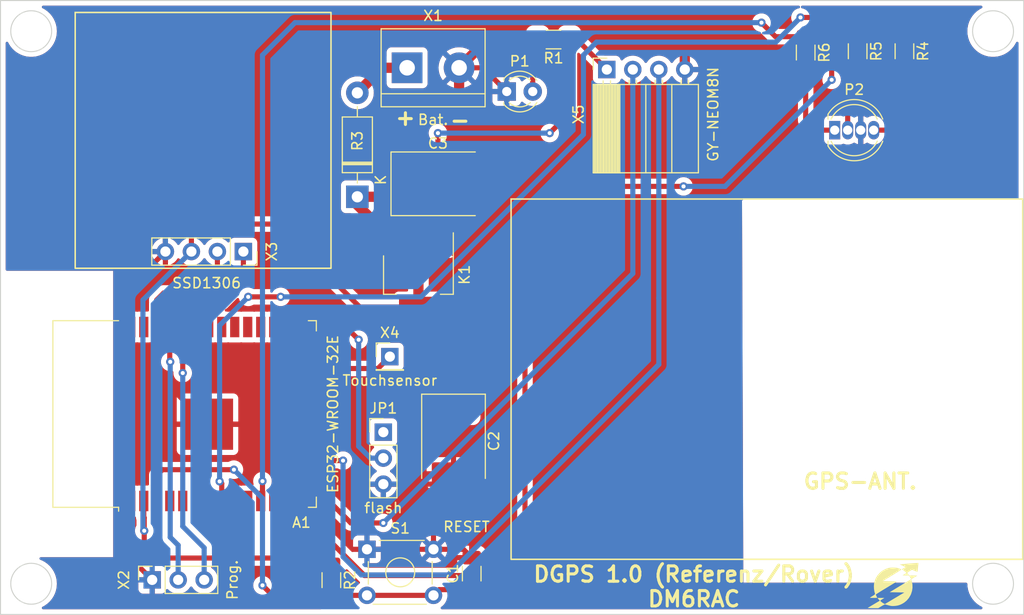
<source format=kicad_pcb>
(kicad_pcb (version 20211014) (generator pcbnew)
  (layers (0 "F.Cu" signal) (31 "B.Cu" signal) (34 "B.Paste" user) (35 "F.Paste" user) (36 "B.SilkS" user "B.Silkscreen") (37 "F.SilkS" user "F.Silkscreen") (38 "B.Mask" user) (39 "F.Mask" user) (44 "Edge.Cuts" user))
  (net 0 "")
  (net 1 "GND")
  (net 2 "+3V3")
  (net 3 "Net-(A1-Pad3)")
  (net 8 "Net-(A1-Pad8)")
  (net 11 "Net-(A1-Pad11)")
  (net 12 "Net-(A1-Pad12)")
  (net 20 "Net-(A1-Pad23)")
  (net 22 "Net-(A1-Pad25)")
  (net 30 "/SDA")
  (net 31 "Net-(A1-Pad34)")
  (net 32 "Net-(A1-Pad35)")
  (net 33 "/SDL")
  (net 35 "Net-(C3-Pad1)")
  (net 37 "Net-(P1-Pad2)")
  (net 38 "Net-(P2-Pad1)")
  (net 39 "Net-(P2-Pad2)")
  (net 40 "Net-(P2-Pad4)")
  (net 41 "Net-(R3-Pad2)")
  (net 42 "/GY_RX")
  (net 43 "/GY_TX")
  (footprint "Resistor_SMD:R_1206_3216Metric_Pad1.30x1.75mm_HandSolder" (layer "F.Cu") (at 183.769 44.958 -90)
    (fp_text reference "R5" (at 0 -1.82 90) (layer "F.SilkS"))
    (fp_text value "330")
    (fp_line (start -0.727064 0.91) (end 0.727064 0.91) (layer "F.SilkS") (width 0.12))
    (fp_line (start -0.727064 -0.91) (end 0.727064 -0.91) (layer "F.SilkS") (width 0.12))
    (pad "1" smd roundrect (at -1.55 0 270) (size 1.3 1.75) (layers "F.Cu" "F.Paste" "F.Mask") (roundrect_rratio 0.1923076923) (net 12 "Net-(A1-Pad12)"))
    (pad "2" smd roundrect (at 1.55 0 270) (size 1.3 1.75) (layers "F.Cu" "F.Paste" "F.Mask") (roundrect_rratio 0.1923076923) (net 39 "Net-(P2-Pad2)"))
  )
  (footprint "Connector_PinHeader_2.54mm:PinHeader_1x01_P2.54mm_Vertical" (layer "F.Cu") (at 138.049 74.803)
    (fp_text reference "X4" (at 0 -2.33) (layer "F.SilkS"))
    (fp_text value "Touchsensor" (at 0 2.33) (layer "F.SilkS"))
    (fp_line (start -1.33 1.27) (end -1.33 1.33) (layer "F.SilkS") (width 0.12))
    (fp_line (start -1.33 1.27) (end 1.33 1.27) (layer "F.SilkS") (width 0.12))
    (fp_line (start 1.33 1.27) (end 1.33 1.33) (layer "F.SilkS") (width 0.12))
    (fp_line (start -1.33 -1.33) (end 0 -1.33) (layer "F.SilkS") (width 0.12))
    (fp_line (start -1.33 0) (end -1.33 -1.33) (layer "F.SilkS") (width 0.12))
    (fp_line (start -1.33 1.33) (end 1.33 1.33) (layer "F.SilkS") (width 0.12))
    (pad "1" thru_hole rect (at 0 0) (size 1.7 1.7) (drill 1) (layers *.Cu *.Mask) (net 20 "Net-(A1-Pad23)"))
  )
  (footprint "Diode_THT:D_DO-41_SOD81_P10.16mm_Horizontal" (layer "F.Cu") (at 134.874 59.182 90)
    (fp_text reference "R3" (at 5.461 0 90) (layer "F.SilkS"))
    (fp_text value "1N4001")
    (fp_text user "K" (at 1.651 2.286 90) (layer "F.SilkS"))
    (fp_line (start 8.82 0) (end 7.8 0) (layer "F.SilkS") (width 0.12))
    (fp_line (start 7.8 -1.47) (end 2.36 -1.47) (layer "F.SilkS") (width 0.12))
    (fp_line (start 1.34 0) (end 2.36 0) (layer "F.SilkS") (width 0.12))
    (fp_line (start 2.36 1.47) (end 7.8 1.47) (layer "F.SilkS") (width 0.12))
    (fp_line (start 7.8 1.47) (end 7.8 -1.47) (layer "F.SilkS") (width 0.12))
    (fp_line (start 3.14 -1.47) (end 3.14 1.47) (layer "F.SilkS") (width 0.12))
    (fp_line (start 2.36 -1.47) (end 2.36 1.47) (layer "F.SilkS") (width 0.12))
    (fp_line (start 3.26 -1.47) (end 3.26 1.47) (layer "F.SilkS") (width 0.12))
    (fp_line (start 3.38 -1.47) (end 3.38 1.47) (layer "F.SilkS") (width 0.12))
    (pad "1" thru_hole rect (at 0 0 90) (size 2.2 2.2) (drill 1.1) (layers *.Cu *.Mask) (net 35 "Net-(C3-Pad1)"))
    (pad "2" thru_hole oval (at 10.16 0 90) (size 2.2 2.2) (drill 1.1) (layers *.Cu *.Mask) (net 41 "Net-(R3-Pad2)"))
  )
  (footprint "Connector_PinHeader_2.54mm:PinHeader_1x03_P2.54mm_Vertical" (layer "F.Cu") (at 137.414 82.184)
    (fp_text reference "JP1" (at 0 -2.33) (layer "F.SilkS"))
    (fp_text value "flash" (at 0 7.41) (layer "F.SilkS"))
    (fp_line (start -1.33 -1.33) (end 0 -1.33) (layer "F.SilkS") (width 0.12))
    (fp_line (start -1.33 1.27) (end 1.33 1.27) (layer "F.SilkS") (width 0.12))
    (fp_line (start -1.33 6.41) (end 1.33 6.41) (layer "F.SilkS") (width 0.12))
    (fp_line (start 1.33 1.27) (end 1.33 6.41) (layer "F.SilkS") (width 0.12))
    (fp_line (start -1.33 1.27) (end -1.33 6.41) (layer "F.SilkS") (width 0.12))
    (fp_line (start -1.33 0) (end -1.33 -1.33) (layer "F.SilkS") (width 0.12))
    (pad "1" thru_hole rect (at 0 0) (size 1.7 1.7) (drill 1) (layers *.Cu *.Mask))
    (pad "2" thru_hole oval (at 0 2.54) (size 1.7 1.7) (drill 1) (layers *.Cu *.Mask) (net 22 "Net-(A1-Pad25)"))
    (pad "3" thru_hole oval (at 0 5.08) (size 1.7 1.7) (drill 1) (layers *.Cu *.Mask) (net 1 "GND"))
  )
  (footprint "Connector_PinSocket_2.54mm:PinSocket_1x04_P2.54mm_Horizontal" (layer "F.Cu") (at 159.256 46.746 90)
    (fp_text reference "X5" (at -4.38 -2.77 90) (layer "F.SilkS"))
    (fp_text value "GY-NEOM8N" (at -4.38 10.39 90) (layer "F.SilkS"))
    (fp_line (start -10.09 1.033805) (end -1.46 1.033805) (layer "F.SilkS") (width 0.12))
    (fp_line (start -10.09 1.27) (end -1.46 1.27) (layer "F.SilkS") (width 0.12))
    (fp_line (start 1.11 -1.33) (end 1.11 0) (layer "F.SilkS") (width 0.12))
    (fp_line (start -1.46 7.26) (end -1.05 7.26) (layer "F.SilkS") (width 0.12))
    (fp_line (start -10.09 3.81) (end -1.46 3.81) (layer "F.SilkS") (width 0.12))
    (fp_line (start -10.09 1.1519) (end -1.46 1.1519) (layer "F.SilkS") (width 0.12))
    (fp_line (start -10.09 -0.147145) (end -1.46 -0.147145) (layer "F.SilkS") (width 0.12))
    (fp_line (start -10.09 -0.73762) (end -1.46 -0.73762) (layer "F.SilkS") (width 0.12))
    (fp_line (start -10.09 -1.33) (end -1.46 -1.33) (layer "F.SilkS") (width 0.12))
    (fp_line (start -10.09 -0.619525) (end -1.46 -0.619525) (layer "F.SilkS") (width 0.12))
    (fp_line (start -1.46 5.44) (end -1.05 5.44) (layer "F.SilkS") (width 0.12))
    (fp_line (start -10.09 0.797615) (end -1.46 0.797615) (layer "F.SilkS") (width 0.12))
    (fp_line (start -10.09 -0.50143) (end -1.46 -0.50143) (layer "F.SilkS") (width 0.12))
    (fp_line (start -1.46 -0.36) (end -1.11 -0.36) (layer "F.SilkS") (width 0.12))
    (fp_line (start -10.09 -0.855715) (end -1.46 -0.855715) (layer "F.SilkS") (width 0.12))
    (fp_line (start 0 -1.33) (end 1.11 -1.33) (layer "F.SilkS") (width 0.12))
    (fp_line (start -1.46 2.9) (end -1.05 2.9) (layer "F.SilkS") (width 0.12))
    (fp_line (start -10.09 0.44333) (end -1.46 0.44333) (layer "F.SilkS") (width 0.12))
    (fp_line (start -10.09 8.95) (end -1.46 8.95) (layer "F.SilkS") (width 0.12))
    (fp_line (start -10.09 -1.21) (end -1.46 -1.21) (layer "F.SilkS") (width 0.12))
    (fp_line (start -10.09 -1.33) (end -10.09 8.95) (layer "F.SilkS") (width 0.12))
    (fp_line (start -1.46 7.98) (end -1.05 7.98) (layer "F.SilkS") (width 0.12))
    (fp_line (start -10.09 0.20714) (end -1.46 0.20714) (layer "F.SilkS") (width 0.12))
    (fp_line (start -10.09 0.089045) (end -1.46 0.089045) (layer "F.SilkS") (width 0.12))
    (fp_line (start -1.46 4.72) (end -1.05 4.72) (layer "F.SilkS") (width 0.12))
    (fp_line (start -10.09 6.35) (end -1.46 6.35) (layer "F.SilkS") (width 0.12))
    (fp_line (start -10.09 0.325235) (end -1.46 0.325235) (layer "F.SilkS") (width 0.12))
    (fp_line (start -10.09 0.561425) (end -1.46 0.561425) (layer "F.SilkS") (width 0.12))
    (fp_line (start -1.46 -1.33) (end -1.46 8.95) (layer "F.SilkS") (width 0.12))
    (fp_line (start -10.09 -0.97381) (end -1.46 -0.97381) (layer "F.SilkS") (width 0.12))
    (fp_line (start -10.09 -0.383335) (end -1.46 -0.383335) (layer "F.SilkS") (width 0.12))
    (fp_line (start -10.09 0.91571) (end -1.46 0.91571) (layer "F.SilkS") (width 0.12))
    (fp_line (start -10.09 -1.091905) (end -1.46 -1.091905) (layer "F.SilkS") (width 0.12))
    (fp_line (start -10.09 0.67952) (end -1.46 0.67952) (layer "F.SilkS") (width 0.12))
    (fp_line (start -10.09 -0.26524) (end -1.46 -0.26524) (layer "F.SilkS") (width 0.12))
    (fp_line (start -1.46 2.18) (end -1.05 2.18) (layer "F.SilkS") (width 0.12))
    (fp_line (start -10.09 -0.02905) (end -1.46 -0.02905) (layer "F.SilkS") (width 0.12))
    (fp_line (start -1.46 0.36) (end -1.11 0.36) (layer "F.SilkS") (width 0.12))
    (pad "1" thru_hole rect (at 0 0 90) (size 1.7 1.7) (drill 1) (layers *.Cu *.Mask) (net 2 "+3V3"))
    (pad "2" thru_hole oval (at 0 2.54 90) (size 1.7 1.7) (drill 1) (layers *.Cu *.Mask) (net 42 "/GY_RX"))
    (pad "3" thru_hole oval (at 0 5.08 90) (size 1.7 1.7) (drill 1) (layers *.Cu *.Mask) (net 43 "/GY_TX"))
    (pad "4" thru_hole oval (at 0 7.62 90) (size 1.7 1.7) (drill 1) (layers *.Cu *.Mask) (net 1 "GND"))
  )
  (footprint "Resistor_SMD:R_1206_3216Metric_Pad1.30x1.75mm_HandSolder" (layer "F.Cu") (at 188.341 44.958 -90)
    (fp_text reference "R4" (at 0 -1.82 90) (layer "F.SilkS"))
    (fp_text value "470")
    (fp_line (start -0.727064 0.91) (end 0.727064 0.91) (layer "F.SilkS") (width 0.12))
    (fp_line (start -0.727064 -0.91) (end 0.727064 -0.91) (layer "F.SilkS") (width 0.12))
    (pad "1" smd roundrect (at -1.55 0 270) (size 1.3 1.75) (layers "F.Cu" "F.Paste" "F.Mask") (roundrect_rratio 0.1923076923) (net 8 "Net-(A1-Pad8)"))
    (pad "2" smd roundrect (at 1.55 0 270) (size 1.3 1.75) (layers "F.Cu" "F.Paste" "F.Mask") (roundrect_rratio 0.1923076923) (net 40 "Net-(P2-Pad4)"))
  )
  (footprint "Resistor_SMD:R_1206_3216Metric_Pad1.30x1.75mm_HandSolder" (layer "F.Cu") (at 132.334 96.647 -90)
    (fp_text reference "R2" (at 0 -1.82 90) (layer "F.SilkS"))
    (fp_text value "10k")
    (fp_line (start -0.727064 -0.91) (end 0.727064 -0.91) (layer "F.SilkS") (width 0.12))
    (fp_line (start -0.727064 0.91) (end 0.727064 0.91) (layer "F.SilkS") (width 0.12))
    (pad "1" smd roundrect (at -1.55 0 270) (size 1.3 1.75) (layers "F.Cu" "F.Paste" "F.Mask") (roundrect_rratio 0.1923076923) (net 2 "+3V3"))
    (pad "2" smd roundrect (at 1.55 0 270) (size 1.3 1.75) (layers "F.Cu" "F.Paste" "F.Mask") (roundrect_rratio 0.1923076923) (net 3 "Net-(A1-Pad3)"))
  )
  (footprint "Capacitor_Tantalum_SMD:CP_EIA-7360-38_Kemet-E_Pad2.25x4.25mm_HandSolder" (layer "F.Cu") (at 142.748 57.912)
    (fp_text reference "C3" (at 0 -3.95) (layer "F.SilkS"))
    (fp_text value "10µ")
    (fp_line (start -4.585 3.11) (end 3.65 3.11) (layer "F.SilkS") (width 0.12))
    (fp_line (start 3.65 -3.11) (end -4.585 -3.11) (layer "F.SilkS") (width 0.12))
    (fp_line (start -4.585 -3.11) (end -4.585 3.11) (layer "F.SilkS") (width 0.12))
    (pad "1" smd roundrect (at -3.2 0) (size 2.25 4.25) (layers "F.Cu" "F.Paste" "F.Mask") (roundrect_rratio 0.1111111111) (net 35 "Net-(C3-Pad1)"))
    (pad "2" smd roundrect (at 3.2 0) (size 2.25 4.25) (layers "F.Cu" "F.Paste" "F.Mask") (roundrect_rratio 0.1111111111) (net 1 "GND"))
  )
  (footprint "Resistor_SMD:R_1206_3216Metric_Pad1.30x1.75mm_HandSolder" (layer "F.Cu") (at 178.689 45.085 -90)
    (fp_text reference "R6" (at 0 -1.82 90) (layer "F.SilkS"))
    (fp_text value "75")
    (fp_line (start -0.727064 0.91) (end 0.727064 0.91) (layer "F.SilkS") (width 0.12))
    (fp_line (start -0.727064 -0.91) (end 0.727064 -0.91) (layer "F.SilkS") (width 0.12))
    (pad "1" smd roundrect (at -1.55 0 270) (size 1.3 1.75) (layers "F.Cu" "F.Paste" "F.Mask") (roundrect_rratio 0.1923076923) (net 11 "Net-(A1-Pad11)"))
    (pad "2" smd roundrect (at 1.55 0 270) (size 1.3 1.75) (layers "F.Cu" "F.Paste" "F.Mask") (roundrect_rratio 0.1923076923) (net 38 "Net-(P2-Pad1)"))
  )
  (footprint "Resistor_SMD:R_1206_3216Metric_Pad1.30x1.75mm_HandSolder" (layer "F.Cu") (at 154.051 43.815 180)
    (fp_text reference "R1" (at 0 -1.82) (layer "F.SilkS"))
    (fp_text value "680")
    (fp_line (start -0.727064 0.91) (end 0.727064 0.91) (layer "F.SilkS") (width 0.12))
    (fp_line (start -0.727064 -0.91) (end 0.727064 -0.91) (layer "F.SilkS") (width 0.12))
    (pad "1" smd roundrect (at -1.55 0 180) (size 1.3 1.75) (layers "F.Cu" "F.Paste" "F.Mask") (roundrect_rratio 0.1923076923) (net 2 "+3V3"))
    (pad "2" smd roundrect (at 1.55 0 180) (size 1.3 1.75) (layers "F.Cu" "F.Paste" "F.Mask") (roundrect_rratio 0.1923076923) (net 37 "Net-(P1-Pad2)"))
  )
  (footprint "RF_Module:ESP32-WROOM-32" (layer "F.Cu") (at 120.985 80.41 90)
    (fp_text reference "A1" (at -10.61 8.43) (layer "F.SilkS"))
    (fp_text value "ESP32-WROOM-32E" (at 0 11.5 90) (layer "F.SilkS"))
    (fp_line (start -9.12 -15.865) (end -9.12 -9.445) (layer "F.SilkS") (width 0.12))
    (fp_line (start 9.12 9.88) (end 8.12 9.88) (layer "F.SilkS") (width 0.12))
    (fp_line (start -9.12 -9.445) (end -9.5 -9.445) (layer "F.SilkS") (width 0.12))
    (fp_line (start 9.12 9.1) (end 9.12 9.88) (layer "F.SilkS") (width 0.12))
    (fp_line (start -9.12 -15.865) (end 9.12 -15.865) (layer "F.SilkS") (width 0.12))
    (fp_line (start -9.12 9.88) (end -8.12 9.88) (layer "F.SilkS") (width 0.12))
    (fp_line (start 9.12 -15.865) (end 9.12 -9.445) (layer "F.SilkS") (width 0.12))
    (fp_line (start -9.12 9.1) (end -9.12 9.88) (layer "F.SilkS") (width 0.12))
    (pad "1" smd rect (at -8.5 -8.255 90) (size 2 0.9) (layers "F.Cu" "F.Paste" "F.Mask") (net 1 "GND"))
    (pad "2" smd rect (at -8.5 -6.985 90) (size 2 0.9) (layers "F.Cu" "F.Paste" "F.Mask") (net 2 "+3V3"))
    (pad "3" smd rect (at -8.5 -5.715 90) (size 2 0.9) (layers "F.Cu" "F.Paste" "F.Mask") (net 3 "Net-(A1-Pad3)"))
    (pad "4" smd rect (at -8.5 -4.445 90) (size 2 0.9) (layers "F.Cu" "F.Paste" "F.Mask"))
    (pad "5" smd rect (at -8.5 -3.175 90) (size 2 0.9) (layers "F.Cu" "F.Paste" "F.Mask"))
    (pad "6" smd rect (at -8.5 -1.905 90) (size 2 0.9) (layers "F.Cu" "F.Paste" "F.Mask"))
    (pad "7" smd rect (at -8.5 -0.635 90) (size 2 0.9) (layers "F.Cu" "F.Paste" "F.Mask"))
    (pad "8" smd rect (at -8.5 0.635 90) (size 2 0.9) (layers "F.Cu" "F.Paste" "F.Mask") (net 8 "Net-(A1-Pad8)"))
    (pad "9" smd rect (at -8.5 1.905 90) (size 2 0.9) (layers "F.Cu" "F.Paste" "F.Mask"))
    (pad "10" smd rect (at -8.5 3.175 90) (size 2 0.9) (layers "F.Cu" "F.Paste" "F.Mask"))
    (pad "11" smd rect (at -8.5 4.445 90) (size 2 0.9) (layers "F.Cu" "F.Paste" "F.Mask") (net 11 "Net-(A1-Pad11)"))
    (pad "12" smd rect (at -8.5 5.715 90) (size 2 0.9) (layers "F.Cu" "F.Paste" "F.Mask") (net 12 "Net-(A1-Pad12)"))
    (pad "13" smd rect (at -8.5 6.985 90) (size 2 0.9) (layers "F.Cu" "F.Paste" "F.Mask"))
    (pad "14" smd rect (at -8.5 8.255 90) (size 2 0.9) (layers "F.Cu" "F.Paste" "F.Mask") (net 42 "/GY_RX"))
    (pad "15" smd rect (at -5.715 9.255 180) (size 2 0.9) (layers "F.Cu" "F.Paste" "F.Mask") (net 1 "GND"))
    (pad "16" smd rect (at -4.445 9.255 180) (size 2 0.9) (layers "F.Cu" "F.Paste" "F.Mask") (net 43 "/GY_TX"))
    (pad "17" smd rect (at -3.175 9.255 180) (size 2 0.9) (layers "F.Cu" "F.Paste" "F.Mask"))
    (pad "18" smd rect (at -1.905 9.255 180) (size 2 0.9) (layers "F.Cu" "F.Paste" "F.Mask"))
    (pad "19" smd rect (at -0.635 9.255 180) (size 2 0.9) (layers "F.Cu" "F.Paste" "F.Mask"))
    (pad "20" smd rect (at 0.635 9.255 180) (size 2 0.9) (layers "F.Cu" "F.Paste" "F.Mask"))
    (pad "21" smd rect (at 1.905 9.255 180) (size 2 0.9) (layers "F.Cu" "F.Paste" "F.Mask"))
    (pad "22" smd rect (at 3.175 9.255 180) (size 2 0.9) (layers "F.Cu" "F.Paste" "F.Mask"))
    (pad "23" smd rect (at 4.445 9.255 180) (size 2 0.9) (layers "F.Cu" "F.Paste" "F.Mask") (net 20 "Net-(A1-Pad23)"))
    (pad "24" smd rect (at 5.715 9.255 180) (size 2 0.9) (layers "F.Cu" "F.Paste" "F.Mask"))
    (pad "25" smd rect (at 8.5 8.255 90) (size 2 0.9) (layers "F.Cu" "F.Paste" "F.Mask") (net 22 "Net-(A1-Pad25)"))
    (pad "26" smd rect (at 8.5 6.985 90) (size 2 0.9) (layers "F.Cu" "F.Paste" "F.Mask"))
    (pad "27" smd rect (at 8.5 5.715 90) (size 2 0.9) (layers "F.Cu" "F.Paste" "F.Mask"))
    (pad "28" smd rect (at 8.5 4.445 90) (size 2 0.9) (layers "F.Cu" "F.Paste" "F.Mask"))
    (pad "29" smd rect (at 8.5 3.175 90) (size 2 0.9) (layers "F.Cu" "F.Paste" "F.Mask"))
    (pad "30" smd rect (at 8.5 1.905 90) (size 2 0.9) (layers "F.Cu" "F.Paste" "F.Mask"))
    (pad "31" smd rect (at 8.5 0.635 90) (size 2 0.9) (layers "F.Cu" "F.Paste" "F.Mask"))
    (pad "32" smd rect (at 8.5 -0.635 90) (size 2 0.9) (layers "F.Cu" "F.Paste" "F.Mask"))
    (pad "33" smd rect (at 8.5 -1.905 90) (size 2 0.9) (layers "F.Cu" "F.Paste" "F.Mask") (net 30 "/SDA"))
    (pad "34" smd rect (at 8.5 -3.175 90) (size 2 0.9) (layers "F.Cu" "F.Paste" "F.Mask") (net 31 "Net-(A1-Pad34)"))
    (pad "35" smd rect (at 8.5 -4.445 90) (size 2 0.9) (layers "F.Cu" "F.Paste" "F.Mask") (net 32 "Net-(A1-Pad35)"))
    (pad "36" smd rect (at 8.5 -5.715 90) (size 2 0.9) (layers "F.Cu" "F.Paste" "F.Mask") (net 33 "/SDL"))
    (pad "37" smd rect (at 8.5 -6.985 90) (size 2 0.9) (layers "F.Cu" "F.Paste" "F.Mask"))
    (pad "38" smd rect (at 8.5 -8.255 90) (size 2 0.9) (layers "F.Cu" "F.Paste" "F.Mask") (net 1 "GND"))
    (pad "39" smd rect (at -1 -0.755 90) (size 5 5) (layers "F.Cu" "F.Paste" "F.Mask") (net 1 "GND"))
    (zone (net 0) (net_name "") (layers *.Cu) (connect_pads (clearance 0)) (min_thickness 0.254)
      (keepout (tracks not_allowed) (vias not_allowed) (pads not_allowed) (copperpour not_allowed) (footprints not_allowed))
      (fill (thermal_gap 0.508) (thermal_bridge_width 0.508))
      (polygon (pts (xy 111.015 94.41) (xy 111.015 66.41) (xy 100.235 66.41) (xy 100.235 94.41)))
    )
  )
  (footprint "logo:Signet_EP" (layer "F.Cu") (at 187.198 97.155)
    (fp_text reference "G***" hide)
    (fp_text value "LOGO" hide)
    (fp_poly (pts (xy 0.114286 -1.735415) (xy 0.282657 -1.725128) (xy 0.413286 -1.7092) (xy 0.525525 -1.684288) (xy 0.638729 -1.647045) (xy 0.65 -1.642833) (xy 0.747828 -1.603808) (xy 0.820667 -1.570603) (xy 0.855557 -1.549242) (xy 0.856853 -1.54669) (xy 0.833265 -1.528197) (xy 0.766207 -1.483403) (xy 0.661034 -1.415694) (xy 0.523104 -1.328457) (xy 0.357772 -1.225076) (xy 0.170395 -1.108937) (xy -0.03367 -0.983427) (xy -0.053256 -0.971429) (xy -0.963075 -0.414286) (xy -0.274395 -0.4) (xy 0.414286 -0.385715) (xy 0.271726 -0.294339) (xy 0.214186 -0.258404) (xy 0.114316 -0.197084) (xy -0.02123 -0.114418) (xy -0.185802 -0.01445) (xy -0.372745 0.09878) (xy -0.575407 0.221228) (xy -0.762854 0.334233) (xy -0.966704 0.457741) (xy -1.154239 0.572801) (xy -1.319996 0.67595) (xy -1.458515 0.763727) (xy -1.564331 0.83267) (xy -1.631983 0.879318) (xy -1.656008 0.90021) (xy -1.656009 0.900227) (xy -1.644092 0.940074) (xy -1.612323 1.010967) (xy -1.585714 1.063204) (xy -1.545673 1.14112) (xy -1.519755 1.196736) (xy -1.514286 1.212976) (xy -1.541105 1.218696) (xy -1.614555 1.223405) (xy -1.72413 1.226684) (xy -1.859322 1.228111) (xy -1.892857 1.228133) (xy -2.056436 1.226371) (xy -2.165574 1.221374) (xy -2.222896 1.212913) (xy -2.231027 1.200761) (xy -2.228572 1.198874) (xy -2.186447 1.171989) (xy -2.108654 1.123551) (xy -2.008336 1.061717) (xy -1.948116 1.024827) (xy -1.823953 0.94432) (xy -1.75025 0.885138) (xy -1.725117 0.845696) (xy -1.726143 0.838882) (xy -1.794304 0.604733) (xy -1.833747 0.343643) (xy -1.843712 0.07451) (xy -1.823437 -0.183771) (xy -1.776055 -0.4) (xy -1.655954 -0.698344) (xy -1.491209 -0.970006) (xy -1.287332 -1.208376) (xy -1.049836 -1.406845) (xy -0.826095 -1.539015) (xy -0.618882 -1.632352) (xy -0.434869 -1.693891) (xy -0.253034 -1.728023) (xy -0.052353 -1.739139)) (layer "F.SilkS") (width 0) (fill solid))
    (fp_poly (pts (xy 2.504662 -2.190577) (xy 2.506289 -2.159316) (xy 2.50215 -2.083485) (xy 2.493497 -1.975222) (xy 2.481583 -1.846666) (xy 2.467662 -1.709956) (xy 2.452985 -1.577232) (xy 2.438806 -1.460632) (xy 2.426378 -1.372296) (xy 2.416954 -1.324363) (xy 2.414757 -1.319519) (xy 2.384316 -1.323942) (xy 2.313645 -1.346945) (xy 2.214922 -1.384334) (xy 2.150596 -1.410544) (xy 2.040385 -1.455726) (xy 1.950633 -1.490997) (xy 1.893907 -1.511495) (xy 1.881279 -1.514709) (xy 1.849528 -1.500312) (xy 1.783545 -1.463174) (xy 1.69701 -1.411692) (xy 1.603604 -1.354264) (xy 1.517007 -1.299288) (xy 1.450901 -1.25516) (xy 1.420368 -1.231798) (xy 1.422995 -1.196907) (xy 1.462082 -1.134762) (xy 1.499957 -1.089524) (xy 1.605261 -0.972966) (xy 2.002064 -0.965055) (xy 2.398867 -0.957143) (xy 2.135148 -0.793359) (xy 2.023988 -0.724196) (xy 1.92901 -0.664866) (xy 1.861898 -0.622681) (xy 1.836529 -0.606462) (xy 1.82099 -0.579868) (xy 1.82444 -0.525388) (xy 1.848018 -0.43199) (xy 1.857937 -0.398818) (xy 1.922923 -0.089608) (xy 1.93305 0.226242) (xy 1.888923 0.541616) (xy 1.791145 0.849397) (xy 1.742845 0.957142) (xy 1.575089 1.24161) (xy 1.367209 1.485441) (xy 1.11842 1.689447) (xy 0.914286 1.811726) (xy 0.708488 1.906568) (xy 0.508132 1.969193) (xy 0.289971 2.005811) (xy 0.142857 2.017766) (xy -0.000645 2.023224) (xy -0.115681 2.01875) (xy -0.227711 2.001571) (xy -0.362195 1.968915) (xy -0.4 1.958642) (xy -0.523112 1.924833) (xy -0.630488 1.895425) (xy -0.706746 1.874626) (xy -0.730086 1.868319) (xy -0.782498 1.874887) (xy -0.873942 1.913376) (xy -1.006861 1.984918) (xy -1.101515 2.040559) (xy -1.414286 2.228484) (xy -1.940476 2.228528) (xy -2.105108 2.227536) (xy -2.246552 2.224752) (xy -2.356335 2.220504) (xy -2.425984 2.215121) (xy -2.447026 2.208931) (xy -2.446982 2.208886) (xy -2.417787 2.189346) (xy -2.346419 2.145083) (xy -2.239939 2.080372) (xy -2.105413 1.999488) (xy -1.949903 1.906708) (xy -1.841597 1.84245) (xy -1.255896 1.495698) (xy -1.316746 1.440706) (xy -1.378496 1.376124) (xy -1.433601 1.307142) (xy -1.489606 1.228571) (xy -1.151946 1.228842) (xy -0.814286 1.229114) (xy -1 1.345946) (xy -1.092254 1.404942) (xy -1.166098 1.453934) (xy -1.207599 1.483642) (xy -1.210374 1.486048) (xy -1.207189 1.517848) (xy -1.164502 1.570148) (xy -1.091963 1.634308) (xy -0.999222 1.701687) (xy -0.907069 1.757605) (xy -0.77128 1.832218) (xy 1.12783 0.7) (xy -0.3 0.671428) (xy 0.750873 0.03263) (xy 1.801746 -0.606169) (xy 1.604738 -0.957143) (xy 1.281306 -0.965285) (xy 0.957873 -0.973427) (xy 1.150789 -1.094984) (xy 1.343704 -1.216541) (xy 1.250423 -1.305454) (xy 1.169493 -1.374015) (xy 1.069247 -1.44777) (xy 1.019835 -1.480361) (xy 0.882528 -1.566355) (xy 1.06992 -1.678582) (xy 1.257311 -1.790809) (xy 0.970386 -1.913325) (xy 0.855836 -1.963556) (xy 0.765078 -2.005884) (xy 0.708291 -2.035391) (xy 0.694323 -2.046705) (xy 0.725011 -2.052262) (xy 0.804202 -2.061181) (xy 0.923556 -2.072798) (xy 1.074734 -2.086451) (xy 1.249396 -2.101477) (xy 1.439202 -2.117213) (xy 1.635812 -2.132996) (xy 1.830887 -2.148164) (xy 2.016086 -2.162053) (xy 2.183069 -2.174002) (xy 2.323497 -2.183346) (xy 2.42903 -2.189425) (xy 2.491328 -2.191573)) (layer "F.SilkS") (width 0) (fill solid))
  )
  (footprint "Capacitor_Tantalum_SMD:CP_EIA-7360-38_Kemet-E_Pad2.25x4.25mm_HandSolder" (layer "F.Cu") (at 144.272 83.058 -90)
    (fp_text reference "C2" (at 0 -3.95 90) (layer "F.SilkS"))
    (fp_text value "22µ")
    (fp_line (start 3.65 -3.11) (end -4.585 -3.11) (layer "F.SilkS") (width 0.12))
    (fp_line (start -4.585 -3.11) (end -4.585 3.11) (layer "F.SilkS") (width 0.12))
    (fp_line (start -4.585 3.11) (end 3.65 3.11) (layer "F.SilkS") (width 0.12))
    (pad "1" smd roundrect (at -3.2 0 270) (size 2.25 4.25) (layers "F.Cu" "F.Paste" "F.Mask") (roundrect_rratio 0.1111111111) (net 2 "+3V3"))
    (pad "2" smd roundrect (at 3.2 0 270) (size 2.25 4.25) (layers "F.Cu" "F.Paste" "F.Mask") (roundrect_rratio 0.1111111111) (net 1 "GND"))
  )
  (footprint "Connector_PinSocket_2.54mm:PinSocket_1x03_P2.54mm_Vertical" (layer "F.Cu") (at 114.823 96.622 90)
    (fp_text reference "X2" (at 0 -2.77 90) (layer "F.SilkS"))
    (fp_text value "Prog." (at 0 7.85 90) (layer "F.SilkS"))
    (fp_line (start -1.33 1.27) (end -1.33 6.41) (layer "F.SilkS") (width 0.12))
    (fp_line (start -1.33 1.27) (end 1.33 1.27) (layer "F.SilkS") (width 0.12))
    (fp_line (start 1.33 1.27) (end 1.33 6.41) (layer "F.SilkS") (width 0.12))
    (fp_line (start 0 -1.33) (end 1.33 -1.33) (layer "F.SilkS") (width 0.12))
    (fp_line (start -1.33 6.41) (end 1.33 6.41) (layer "F.SilkS") (width 0.12))
    (fp_line (start 1.33 -1.33) (end 1.33 0) (layer "F.SilkS") (width 0.12))
    (pad "1" thru_hole rect (at 0 0 90) (size 1.7 1.7) (drill 1) (layers *.Cu *.Mask) (net 1 "GND"))
    (pad "2" thru_hole oval (at 0 2.54 90) (size 1.7 1.7) (drill 1) (layers *.Cu *.Mask) (net 32 "Net-(A1-Pad35)"))
    (pad "3" thru_hole oval (at 0 5.08 90) (size 1.7 1.7) (drill 1) (layers *.Cu *.Mask) (net 31 "Net-(A1-Pad34)"))
  )
  (footprint "LED_THT:LED_D3.0mm" (layer "F.Cu") (at 149.474 48.895)
    (fp_text reference "P1" (at 1.27 -2.96) (layer "F.SilkS"))
    (fp_text value "rt")
    (fp_line (start -0.29 1.08) (end -0.29 1.236) (layer "F.SilkS") (width 0.12))
    (fp_line (start -0.29 -1.236) (end -0.29 -1.08) (layer "F.SilkS") (width 0.12))
    (fp_arc (start 2.942335 1.078608) (mid 1.366487 1.987659) (end -0.29 1.235516) (layer "F.SilkS") (width 0.12))
    (fp_arc (start -0.29 -1.235516) (mid 1.366487 -1.987659) (end 2.942335 -1.078608) (layer "F.SilkS") (width 0.12))
    (fp_arc (start 2.31113 1.079837) (mid 1.270117 1.5) (end 0.229039 1.08) (layer "F.SilkS") (width 0.12))
    (fp_arc (start 0.229039 -1.08) (mid 1.270117 -1.5) (end 2.31113 -1.079837) (layer "F.SilkS") (width 0.12))
    (pad "1" thru_hole rect (at 0 0) (size 1.8 1.8) (drill 0.9) (layers *.Cu *.Mask) (net 1 "GND"))
    (pad "2" thru_hole circle (at 2.54 0) (size 1.8 1.8) (drill 0.9) (layers *.Cu *.Mask) (net 37 "Net-(P1-Pad2)"))
  )
  (footprint "Connector_PinSocket_2.54mm:PinSocket_1x04_P2.54mm_Vertical" (layer "F.Cu") (at 123.736 64.535 -90)
    (fp_text reference "X3" (at 0 -2.77 90) (layer "F.SilkS"))
    (fp_text value "SSD1306" (at 3.083 3.594 180) (layer "F.SilkS"))
    (fp_line (start -1.33 1.27) (end 1.33 1.27) (layer "F.SilkS") (width 0.12))
    (fp_line (start 0 -1.33) (end 1.33 -1.33) (layer "F.SilkS") (width 0.12))
    (fp_line (start -1.33 8.95) (end 1.33 8.95) (layer "F.SilkS") (width 0.12))
    (fp_line (start 1.33 -1.33) (end 1.33 0) (layer "F.SilkS") (width 0.12))
    (fp_line (start -1.33 1.27) (end -1.33 8.95) (layer "F.SilkS") (width 0.12))
    (fp_line (start 1.33 1.27) (end 1.33 8.95) (layer "F.SilkS") (width 0.12))
    (pad "1" thru_hole rect (at 0 0 270) (size 1.7 1.7) (drill 1) (layers *.Cu *.Mask) (net 30 "/SDA"))
    (pad "2" thru_hole oval (at 0 2.54 270) (size 1.7 1.7) (drill 1) (layers *.Cu *.Mask) (net 33 "/SDL"))
    (pad "3" thru_hole oval (at 0 5.08 270) (size 1.7 1.7) (drill 1) (layers *.Cu *.Mask) (net 2 "+3V3"))
    (pad "4" thru_hole oval (at 0 7.62 270) (size 1.7 1.7) (drill 1) (layers *.Cu *.Mask) (net 1 "GND"))
  )
  (footprint "Capacitor_SMD:C_1206_3216Metric_Pad1.33x1.80mm_HandSolder" (layer "F.Cu") (at 146.05 96.012 90)
    (fp_text reference "C1" (at 0 -1.85 90) (layer "F.SilkS"))
    (fp_text value "1µ")
    (fp_line (start -0.711252 -0.91) (end 0.711252 -0.91) (layer "F.SilkS") (width 0.12))
    (fp_line (start -0.711252 0.91) (end 0.711252 0.91) (layer "F.SilkS") (width 0.12))
    (pad "1" smd roundrect (at -1.5625 0 90) (size 1.325 1.8) (layers "F.Cu" "F.Paste" "F.Mask") (roundrect_rratio 0.1886792453) (net 3 "Net-(A1-Pad3)"))
    (pad "2" smd roundrect (at 1.5625 0 90) (size 1.325 1.8) (layers "F.Cu" "F.Paste" "F.Mask") (roundrect_rratio 0.1886792453) (net 1 "GND"))
  )
  (footprint "LED_THT:LED_D5.0mm-4_RGB" (layer "F.Cu") (at 181.526 52.67)
    (fp_text reference "P2" (at 1.905 -3.96) (layer "F.SilkS"))
    (fp_text value "LED_BGKR")
    (fp_line (start -0.655 1.08) (end -0.655 1.545) (layer "F.SilkS") (width 0.12))
    (fp_line (start -0.655 -1.545) (end -0.655 -1.08) (layer "F.SilkS") (width 0.12))
    (fp_arc (start 4.159479 1.080429) (mid 1.904762 2.5) (end -0.349684 1.08) (layer "F.SilkS") (width 0.12))
    (fp_arc (start -0.349684 -1.08) (mid 1.904762 -2.5) (end 4.159479 -1.080429) (layer "F.SilkS") (width 0.12))
    (fp_arc (start -0.655 -1.54483) (mid 2.163456 -2.978809) (end 4.692815 -1.080827) (layer "F.SilkS") (width 0.12))
    (fp_arc (start 4.692815 1.080827) (mid 2.163456 2.978808) (end -0.655 1.54483) (layer "F.SilkS") (width 0.12))
    (pad "1" thru_hole rect (at 0 0) (size 1.07 1.8) (drill 0.9) (layers *.Cu *.Mask) (net 38 "Net-(P2-Pad1)"))
    (pad "2" thru_hole oval (at 1.27 0) (size 1.07 1.8) (drill 0.9) (layers *.Cu *.Mask) (net 39 "Net-(P2-Pad2)"))
    (pad "3" thru_hole oval (at 2.54 0) (size 1.07 1.8) (drill 0.9) (layers *.Cu *.Mask) (net 1 "GND"))
    (pad "4" thru_hole oval (at 3.81 0) (size 1.07 1.8) (drill 0.9) (layers *.Cu *.Mask) (net 40 "Net-(P2-Pad4)"))
  )
  (footprint "Package_TO_SOT_SMD:SOT-223-3_TabPin2" (layer "F.Cu") (at 140.843 66.802 -90)
    (fp_text reference "K1" (at 0 -4.5 90) (layer "F.SilkS"))
    (fp_text value "AMS1117-3.3")
    (fp_line (start 1.91 -3.41) (end 1.91 -2.15) (layer "F.SilkS") (width 0.12))
    (fp_line (start -1.85 3.41) (end 1.91 3.41) (layer "F.SilkS") (width 0.12))
    (fp_line (start 1.91 3.41) (end 1.91 2.15) (layer "F.SilkS") (width 0.12))
    (fp_line (start -4.1 -3.41) (end 1.91 -3.41) (layer "F.SilkS") (width 0.12))
    (pad "1" smd rect (at -3.15 -2.3 270) (size 2 1.5) (layers "F.Cu" "F.Paste" "F.Mask") (net 1 "GND"))
    (pad "2" smd rect (at 3.15 0 270) (size 2 3.8) (layers "F.Cu" "F.Paste" "F.Mask") (net 2 "+3V3"))
    (pad "2" smd rect (at -3.15 0 270) (size 2 1.5) (layers "F.Cu" "F.Paste" "F.Mask") (net 2 "+3V3"))
    (pad "3" smd rect (at -3.15 2.3 270) (size 2 1.5) (layers "F.Cu" "F.Paste" "F.Mask") (net 35 "Net-(C3-Pad1)"))
  )
  (footprint "Button_Switch_THT:SW_TH_Tactile_Omron_B3F-10xx" (layer "F.Cu") (at 135.815 93.635)
    (fp_text reference "S1" (at 3.25 -2.05) (layer "F.SilkS"))
    (fp_text value "RESET" (at 9.727 -2.195) (layer "F.SilkS"))
    (fp_line (start 6.37 1.2) (end 6.37 3.4) (layer "F.SilkS") (width 0.12))
    (fp_line (start 0.13 3.4) (end 0.13 1.2) (layer "F.SilkS") (width 0.12))
    (fp_line (start 1.2 -0.87) (end 5.6 -0.87) (layer "F.SilkS") (width 0.12))
    (fp_line (start 0.6 5.37) (end 5.8 5.37) (layer "F.SilkS") (width 0.12))
    (fp_circle (center 3.25 2.25) (end 4.25 3.25) (layer "F.SilkS") (width 0.12) (fill none))
    (pad "1" thru_hole circle (at 6.5 0) (size 1.7 1.7) (drill 1) (layers *.Cu *.Mask) (net 1 "GND"))
    (pad "1" thru_hole rect (at 0 0) (size 1.7 1.7) (drill 1) (layers *.Cu *.Mask) (net 1 "GND"))
    (pad "2" thru_hole circle (at 0 4.5) (size 1.7 1.7) (drill 1) (layers *.Cu *.Mask) (net 3 "Net-(A1-Pad3)"))
    (pad "2" thru_hole circle (at 6.5 4.5) (size 1.7 1.7) (drill 1) (layers *.Cu *.Mask) (net 3 "Net-(A1-Pad3)"))
  )
  (footprint "TerminalBlock:TerminalBlock_bornier-2_P5.08mm" (layer "F.Cu") (at 139.738 46.574)
    (fp_text reference "X1" (at 2.54 -5.08) (layer "F.SilkS"))
    (fp_text value "Bat." (at 2.54 5.08) (layer "F.SilkS"))
    (fp_line (start 7.62 -3.81) (end -2.54 -3.81) (layer "F.SilkS") (width 0.12))
    (fp_line (start -2.54 -3.81) (end -2.54 3.81) (layer "F.SilkS") (width 0.12))
    (fp_line (start 7.62 2.54) (end -2.54 2.54) (layer "F.SilkS") (width 0.12))
    (fp_line (start 7.62 3.81) (end 7.62 -3.81) (layer "F.SilkS") (width 0.12))
    (fp_line (start -2.54 3.81) (end 7.62 3.81) (layer "F.SilkS") (width 0.12))
    (pad "1" thru_hole rect (at 0 0) (size 3 3) (drill 1.52) (layers *.Cu *.Mask) (net 41 "Net-(R3-Pad2)"))
    (pad "2" thru_hole circle (at 5.08 0) (size 3 3) (drill 1.52) (layers *.Cu *.Mask) (net 1 "GND"))
  )
  (gr_rect (start 107.299 41.167) (end 132.299 66.167) (layer "F.SilkS") (width 0.15) (fill none))
  (gr_rect (start 149.898 59.401) (end 199.898 94.615) (layer "F.SilkS") (width 0.15) (fill none))
  (gr_rect (start 100 100) (end 200 40) (layer "Edge.Cuts") (width 0.1) (fill none))
  (gr_circle (center 197 43) (end 199 43) (layer "Edge.Cuts") (width 0.1) (fill none))
  (gr_circle (center 197 97) (end 199 97) (layer "Edge.Cuts") (width 0.1) (fill none))
  (gr_circle (center 103 43) (end 105 43) (layer "Edge.Cuts") (width 0.1) (fill none))
  (gr_circle (center 103 97) (end 105 97) (layer "Edge.Cuts") (width 0.1) (fill none))
  (gr_text "+" (at 139.573 51.435) (layer "F.SilkS") (effects (font (size 1.5 1.5) (thickness 0.3))))
  (gr_text "GPS-ANT." (at 184.023 86.995) (layer "F.SilkS") (effects (font (size 1.5 1.5) (thickness 0.3))))
  (gr_text "DGPS 1.0 (Referenz/Rover)\nDM6RAC" (at 167.767 97.282) (layer "F.SilkS") (effects (font (size 1.5 1.5) (thickness 0.3))))
  (gr_text "-" (at 144.907 51.689) (layer "F.SilkS") (effects (font (size 1.5 1.5) (thickness 0.3))))
  (segment (start 145.948 61.824) (end 143.8275 63.9445) (width 1) (layer "F.Cu") (net 1))
  (segment (start 144.818 46.574) (end 144.818 56.782) (width 1) (layer "F.Cu") (net 1))
  (segment (start 143.8275 63.9445) (end 148.717 68.834) (width 1) (layer "F.Cu") (net 1))
  (segment (start 112.73 73.91) (end 120.23 81.41) (width 0.5) (layer "F.Cu") (net 1))
  (segment (start 183.388 56.642) (end 171.704 56.642) (width 0.5) (layer "F.Cu") (net 1))
  (segment (start 135.143 87.264) (end 137.414 87.264) (width 0.5) (layer "F.Cu") (net 1))
  (segment (start 144.818 46.574) (end 147.153 46.574) (width 0.5) (layer "F.Cu") (net 1))
  (segment (start 142.315 93.635) (end 145.2355 93.635) (width 0.5) (layer "F.Cu") (net 1))
  (segment (start 166.876 44.321) (end 166.876 46.746) (width 1) (layer "F.Cu") (net 1))
  (segment (start 145.2355 93.635) (end 146.05 94.4495) (width 0.5) (layer "F.Cu") (net 1))
  (segment (start 144.272 86.258) (end 142.315 88.215) (width 0.5) (layer "F.Cu") (net 1))
  (segment (start 144.818 46.574) (end 149.606 41.786) (width 1) (layer "F.Cu") (net 1))
  (segment (start 112.73 85.136) (end 112.73 88.91) (width 0.5) (layer "F.Cu") (net 1))
  (segment (start 147.153 46.574) (end 149.474 48.895) (width 0.5) (layer "F.Cu") (net 1))
  (segment (start 130.24 86.125) (end 134.004 86.125) (width 0.5) (layer "F.Cu") (net 1))
  (segment (start 134.004 86.125) (end 135.143 87.264) (width 0.5) (layer "F.Cu") (net 1))
  (segment (start 142.315 88.215) (end 142.315 93.635) (width 0.5) (layer "F.Cu") (net 1))
  (segment (start 171.704 56.642) (end 166.876 51.814) (width 0.5) (layer "F.Cu") (net 1))
  (segment (start 135.815 93.635) (end 142.315 93.635) (width 0.5) (layer "F.Cu") (net 1))
  (segment (start 149.606 41.786) (end 164.341 41.786) (width 1) (layer "F.Cu") (net 1))
  (segment (start 164.341 41.786) (end 166.876 44.321) (width 1) (layer "F.Cu") (net 1))
  (segment (start 184.066 52.67) (end 184.066 55.964) (width 0.5) (layer "F.Cu") (net 1))
  (segment (start 145.948 57.912) (end 145.948 61.824) (width 1) (layer "F.Cu") (net 1))
  (segment (start 127.381 84.836) (end 127.381 82.042) (width 0.5) (layer "F.Cu") (net 1))
  (segment (start 143.266 87.264) (end 144.272 86.258) (width 0.5) (layer "F.Cu") (net 1))
  (segment (start 148.717 68.834) (end 148.717 81.813) (width 1) (layer "F.Cu") (net 1))
  (segment (start 116.116 64.535) (end 112.73 67.921) (width 0.5) (layer "F.Cu") (net 1))
  (segment (start 128.67 86.125) (end 127.381 84.836) (width 0.5) (layer "F.Cu") (net 1))
  (segment (start 112.73 67.921) (end 112.73 71.91) (width 0.5) (layer "F.Cu") (net 1))
  (segment (start 112.73 71.91) (end 112.73 73.91) (width 0.5) (layer "F.Cu") (net 1))
  (segment (start 144.818 56.782) (end 145.948 57.912) (width 1) (layer "F.Cu") (net 1))
  (segment (start 126.749 81.41) (end 120.23 81.41) (width 0.5) (layer "F.Cu") (net 1))
  (segment (start 137.414 87.264) (end 143.266 87.264) (width 0.5) (layer "F.Cu") (net 1))
  (segment (start 120.23 81.41) (end 116.456 81.41) (width 0.5) (layer "F.Cu") (net 1))
  (segment (start 116.456 81.41) (end 112.73 85.136) (width 0.5) (layer "F.Cu") (net 1))
  (segment (start 166.876 51.814) (end 166.876 46.746) (width 0.5) (layer "F.Cu") (net 1))
  (segment (start 184.066 55.964) (end 183.388 56.642) (width 0.5) (layer "F.Cu") (net 1))
  (segment (start 112.73 88.91) (end 112.73 94.529) (width 0.5) (layer "F.Cu") (net 1))
  (segment (start 143.535 63.652) (end 143.8275 63.9445) (width 1) (layer "F.Cu") (net 1))
  (segment (start 130.24 86.125) (end 128.67 86.125) (width 0.5) (layer "F.Cu") (net 1))
  (segment (start 112.73 94.529) (end 114.823 96.622) (width 0.5) (layer "F.Cu") (net 1))
  (segment (start 148.717 81.813) (end 144.272 86.258) (width 1) (layer "F.Cu") (net 1))
  (segment (start 143.143 63.652) (end 143.535 63.652) (width 1) (layer "F.Cu") (net 1))
  (segment (start 127.381 82.042) (end 126.749 81.41) (width 0.5) (layer "F.Cu") (net 1))
  (segment (start 155.601 43.815) (end 155.601 51.028) (width 0.5) (layer "F.Cu") (net 2))
  (segment (start 118.656 62.446) (end 119.253 61.849) (width 0.5) (layer "F.Cu") (net 2))
  (segment (start 140.843 69.952) (end 140.843 63.652) (width 1) (layer "F.Cu") (net 2))
  (segment (start 140.843 69.952) (end 142.723 69.952) (width 1) (layer "F.Cu") (net 2))
  (segment (start 131.292 95.097) (end 132.334 95.097) (width 0.5) (layer "F.Cu") (net 2))
  (segment (start 155.601 51.028) (end 153.67 52.959) (width 0.5) (layer "F.Cu") (net 2))
  (segment (start 114.046 91.821) (end 114.046 93.726) (width 0.5) (layer "F.Cu") (net 2))
  (segment (start 114.046 93.726) (end 114.808 94.488) (width 0.5) (layer "F.Cu") (net 2))
  (segment (start 156.325 43.815) (end 159.256 46.746) (width 0.5) (layer "F.Cu") (net 2))
  (segment (start 142.723 69.952) (end 144.272 71.501) (width 1) (layer "F.Cu") (net 2))
  (segment (start 140.843 61.849) (end 140.843 63.652) (width 0.5) (layer "F.Cu") (net 2))
  (segment (start 144.272 71.501) (end 144.272 79.858) (width 1) (layer "F.Cu") (net 2))
  (segment (start 155.601 43.815) (end 156.325 43.815) (width 0.5) (layer "F.Cu") (net 2))
  (segment (start 114 88.91) (end 114 90.505) (width 0.5) (layer "F.Cu") (net 2))
  (segment (start 118.656 64.535) (end 118.656 62.446) (width 0.5) (layer "F.Cu") (net 2))
  (segment (start 127 61.849) (end 135.103 69.952) (width 0.5) (layer "F.Cu") (net 2))
  (segment (start 114.046 90.551) (end 114.046 91.821) (width 0.5) (layer "F.Cu") (net 2))
  (segment (start 114.808 94.488) (end 130.683 94.488) (width 0.5) (layer "F.Cu") (net 2))
  (segment (start 142.748 59.944) (end 140.843 61.849) (width 0.5) (layer "F.Cu") (net 2))
  (segment (start 135.103 69.952) (end 140.843 69.952) (width 0.5) (layer "F.Cu") (net 2))
  (segment (start 130.683 94.488) (end 131.292 95.097) (width 0.5) (layer "F.Cu") (net 2))
  (segment (start 142.748 52.959) (end 142.748 59.944) (width 0.5) (layer "F.Cu") (net 2))
  (segment (start 114 90.505) (end 114.046 90.551) (width 0.5) (layer "F.Cu") (net 2))
  (segment (start 119.253 61.849) (end 127 61.849) (width 0.5) (layer "F.Cu") (net 2))
  (via (at 142.748 52.959) (size 0.8) (drill 0.4) (layers "F.Cu" "B.Cu") (net 2))
  (via (at 114.046 91.821) (size 0.8) (drill 0.4) (layers "F.Cu" "B.Cu") (net 2))
  (via (at 153.67 52.959) (size 0.8) (drill 0.4) (layers "F.Cu" "B.Cu") (net 2))
  (segment (start 113.919 91.694) (end 114.046 91.821) (width 0.5) (layer "B.Cu") (net 2))
  (segment (start 118.656 64.535) (end 113.919 69.272) (width 0.5) (layer "B.Cu") (net 2))
  (segment (start 113.919 69.272) (end 113.919 91.694) (width 0.5) (layer "B.Cu") (net 2))
  (segment (start 153.67 52.959) (end 142.748 52.959) (width 0.5) (layer "B.Cu") (net 2))
  (segment (start 115.27 86.406) (end 115.824 85.852) (width 0.5) (layer "F.Cu") (net 3))
  (segment (start 115.824 85.852) (end 122.809 85.852) (width 0.5) (layer "F.Cu") (net 3))
  (segment (start 132.396 98.135) (end 132.334 98.197) (width 0.5) (layer "F.Cu") (net 3))
  (segment (start 142.8755 97.5745) (end 142.315 98.135) (width 0.5) (layer "F.Cu") (net 3))
  (segment (start 142.315 98.135) (end 135.815 98.135) (width 0.5) (layer "F.Cu") (net 3))
  (segment (start 126.645 98.197) (end 132.334 98.197) (width 0.5) (layer "F.Cu") (net 3))
  (segment (start 135.815 98.135) (end 132.396 98.135) (width 0.5) (layer "F.Cu") (net 3))
  (segment (start 146.05 97.5745) (end 142.8755 97.5745) (width 0.5) (layer "F.Cu") (net 3))
  (segment (start 125.603 97.155) (end 126.645 98.197) (width 0.5) (layer "F.Cu") (net 3))
  (segment (start 115.27 88.91) (end 115.27 86.406) (width 0.5) (layer "F.Cu") (net 3))
  (via (at 125.603 97.155) (size 0.8) (drill 0.4) (layers "F.Cu" "B.Cu") (net 3))
  (via (at 122.809 85.852) (size 0.8) (drill 0.4) (layers "F.Cu" "B.Cu") (net 3))
  (segment (start 122.809 85.852) (end 125.603 88.646) (width 0.5) (layer "B.Cu") (net 3))
  (segment (start 125.603 88.646) (end 125.603 97.155) (width 0.5) (layer "B.Cu") (net 3))
  (segment (start 121.62 88.91) (end 121.62 87.203) (width 0.5) (layer "F.Cu") (net 8))
  (segment (start 124.206 68.961) (end 127.381 68.961) (width 0.5) (layer "F.Cu") (net 8))
  (segment (start 186.589 41.656) (end 188.341 43.408) (width 0.5) (layer "F.Cu") (net 8))
  (segment (start 178.181 41.656) (end 186.589 41.656) (width 0.5) (layer "F.Cu") (net 8))
  (segment (start 121.62 87.203) (end 121.412 86.995) (width 0.5) (layer "F.Cu") (net 8))
  (via (at 124.206 68.961) (size 0.8) (drill 0.4) (layers "F.Cu" "B.Cu") (net 8))
  (via (at 178.181 41.656) (size 0.8) (drill 0.4) (layers "F.Cu" "B.Cu") (net 8))
  (via (at 127.381 68.961) (size 0.8) (drill 0.4) (layers "F.Cu" "B.Cu") (net 8))
  (via (at 121.412 86.995) (size 0.8) (drill 0.4) (layers "F.Cu" "B.Cu") (net 8))
  (segment (start 156.972 45.339) (end 158.242 44.069) (width 0.5) (layer "B.Cu") (net 8))
  (segment (start 175.768 44.069) (end 178.181 41.656) (width 0.5) (layer "B.Cu") (net 8))
  (segment (start 158.242 44.069) (end 175.006 44.069) (width 0.5) (layer "B.Cu") (net 8))
  (segment (start 156.972 53.086) (end 156.972 45.339) (width 0.5) (layer "B.Cu") (net 8))
  (segment (start 141.097 68.961) (end 156.845 53.213) (width 0.5) (layer "B.Cu") (net 8))
  (segment (start 156.845 53.213) (end 156.972 53.086) (width 0.5) (layer "B.Cu") (net 8))
  (segment (start 121.412 71.755) (end 124.206 68.961) (width 0.5) (layer "B.Cu") (net 8))
  (segment (start 127.381 68.961) (end 141.097 68.961) (width 0.5) (layer "B.Cu") (net 8))
  (segment (start 121.412 86.995) (end 121.412 71.755) (width 0.5) (layer "B.Cu") (net 8))
  (segment (start 175.006 44.069) (end 175.768 44.069) (width 0.5) (layer "B.Cu") (net 8))
  (segment (start 125.603 88.737) (end 125.43 88.91) (width 0.5) (layer "F.Cu") (net 11))
  (segment (start 178.689 43.535) (end 175.742 43.535) (width 0.5) (layer "F.Cu") (net 11))
  (segment (start 125.603 86.9745) (end 125.603 88.737) (width 0.5) (layer "F.Cu") (net 11))
  (segment (start 175.742 43.535) (end 174.371 42.164) (width 0.5) (layer "F.Cu") (net 11))
  (via (at 125.603 86.9745) (size 0.8) (drill 0.4) (layers "F.Cu" "B.Cu") (net 11))
  (via (at 174.371 42.164) (size 0.8) (drill 0.4) (layers "F.Cu" "B.Cu") (net 11))
  (segment (start 128.778 42.164) (end 125.603 45.339) (width 0.5) (layer "B.Cu") (net 11))
  (segment (start 174.371 42.164) (end 128.778 42.164) (width 0.5) (layer "B.Cu") (net 11))
  (segment (start 125.603 45.339) (end 125.603 86.9745) (width 0.5) (layer "B.Cu") (net 11))
  (segment (start 151.257 93.853) (end 148.91348 96.19652) (width 0.5) (layer "F.Cu") (net 12))
  (segment (start 166.751 58.166) (end 156.591 58.166) (width 0.5) (layer "F.Cu") (net 12))
  (segment (start 181.229 45.948) (end 181.229 47.752) (width 0.5) (layer "F.Cu") (net 12))
  (segment (start 148.91348 96.19652) (end 135.56652 96.19652) (width 0.5) (layer "F.Cu") (net 12))
  (segment (start 127.254 92.329) (end 127.254 91.44) (width 0.5) (layer "F.Cu") (net 12))
  (segment (start 135.56652 96.19652) (end 131.699 92.329) (width 0.5) (layer "F.Cu") (net 12))
  (segment (start 131.699 92.329) (end 127.254 92.329) (width 0.5) (layer "F.Cu") (net 12))
  (segment (start 156.591 58.166) (end 151.257 63.5) (width 0.5) (layer "F.Cu") (net 12))
  (segment (start 127.254 91.44) (end 126.7 90.886) (width 0.5) (layer "F.Cu") (net 12))
  (segment (start 126.7 90.886) (end 126.7 88.91) (width 0.5) (layer "F.Cu") (net 12))
  (segment (start 183.769 43.408) (end 181.229 45.948) (width 0.5) (layer "F.Cu") (net 12))
  (segment (start 151.257 63.5) (end 151.257 93.853) (width 0.5) (layer "F.Cu") (net 12))
  (via (at 181.229 47.752) (size 0.8) (drill 0.4) (layers "F.Cu" "B.Cu") (net 12))
  (via (at 166.751 58.166) (size 0.8) (drill 0.4) (layers "F.Cu" "B.Cu") (net 12))
  (segment (start 170.815 58.166) (end 166.751 58.166) (width 0.5) (layer "B.Cu") (net 12))
  (segment (start 181.229 47.752) (end 170.815 58.166) (width 0.5) (layer "B.Cu") (net 12))
  (segment (start 130.24 75.965) (end 136.887 75.965) (width 0.5) (layer "F.Cu") (net 20))
  (segment (start 136.887 75.965) (end 138.049 74.803) (width 0.5) (layer "F.Cu") (net 20))
  (segment (start 133.759 71.91) (end 135.001 73.152) (width 0.5) (layer "F.Cu") (net 22))
  (segment (start 129.24 71.91) (end 133.759 71.91) (width 0.5) (layer "F.Cu") (net 22))
  (via (at 135.001 73.152) (size 0.8) (drill 0.4) (layers "F.Cu" "B.Cu") (net 22))
  (segment (start 135.001 83.566) (end 136.159 84.724) (width 0.5) (layer "B.Cu") (net 22))
  (segment (start 135.001 73.152) (end 135.001 83.566) (width 0.5) (layer "B.Cu") (net 22))
  (segment (start 136.159 84.724) (end 137.414 84.724) (width 0.5) (layer "B.Cu") (net 22))
  (segment (start 123.736 64.535) (end 123.736 67.399) (width 0.5) (layer "F.Cu") (net 30))
  (segment (start 121.666 69.469) (end 119.38 69.469) (width 0.5) (layer "F.Cu") (net 30))
  (segment (start 119.38 69.469) (end 119.08 69.769) (width 0.5) (layer "F.Cu") (net 30))
  (segment (start 123.736 67.399) (end 121.666 69.469) (width 0.5) (layer "F.Cu") (net 30))
  (segment (start 119.08 69.769) (end 119.08 71.91) (width 0.5) (layer "F.Cu") (net 30))
  (segment (start 117.81 71.91) (end 117.81 76.408) (width 0.5) (layer "F.Cu") (net 31))
  (via (at 117.81 76.408) (size 0.8) (drill 0.4) (layers "F.Cu" "B.Cu") (net 31))
  (segment (start 119.903 93.487) (end 119.903 96.622) (width 0.5) (layer "B.Cu") (net 31))
  (segment (start 117.81 76.408) (end 117.81 91.394) (width 0.5) (layer "B.Cu") (net 31))
  (segment (start 117.81 91.394) (end 119.903 93.487) (width 0.5) (layer "B.Cu") (net 31))
  (segment (start 116.54 75.265) (end 116.586 75.311) (width 0.5) (layer "F.Cu") (net 32))
  (segment (start 116.54 71.91) (end 116.54 75.265) (width 0.5) (layer "F.Cu") (net 32))
  (via (at 116.586 75.311) (size 0.8) (drill 0.4) (layers "F.Cu" "B.Cu") (net 32))
  (segment (start 116.586 75.311) (end 116.586 92.456) (width 0.5) (layer "B.Cu") (net 32))
  (segment (start 116.586 92.456) (end 117.363 93.233) (width 0.5) (layer "B.Cu") (net 32))
  (segment (start 117.363 93.233) (end 117.363 96.622) (width 0.5) (layer "B.Cu") (net 32))
  (segment (start 115.27 69.261) (end 115.27 71.91) (width 0.5) (layer "F.Cu") (net 33))
  (segment (start 119.634 68.58) (end 115.951 68.58) (width 0.5) (layer "F.Cu") (net 33))
  (segment (start 121.196 67.018) (end 119.634 68.58) (width 0.5) (layer "F.Cu") (net 33))
  (segment (start 115.951 68.58) (end 115.27 69.261) (width 0.5) (layer "F.Cu") (net 33))
  (segment (start 121.196 64.535) (end 121.196 67.018) (width 0.5) (layer "F.Cu") (net 33))
  (segment (start 134.874 59.182) (end 138.278 59.182) (width 1) (layer "F.Cu") (net 35))
  (segment (start 138.278 59.182) (end 139.548 57.912) (width 1) (layer "F.Cu") (net 35))
  (segment (start 134.874 59.182) (end 134.874 59.983) (width 1) (layer "F.Cu") (net 35))
  (segment (start 134.874 59.983) (end 138.543 63.652) (width 1) (layer "F.Cu") (net 35))
  (segment (start 152.501 43.815) (end 152.014 44.302) (width 0.5) (layer "F.Cu") (net 37))
  (segment (start 152.014 44.302) (end 152.014 48.895) (width 0.5) (layer "F.Cu") (net 37))
  (segment (start 178.689 51.689) (end 179.67 52.67) (width 0.5) (layer "F.Cu") (net 38))
  (segment (start 178.689 46.635) (end 178.689 51.689) (width 0.5) (layer "F.Cu") (net 38))
  (segment (start 179.67 52.67) (end 181.526 52.67) (width 0.5) (layer "F.Cu") (net 38))
  (segment (start 183.769 49.403) (end 182.796 50.376) (width 0.5) (layer "F.Cu") (net 39))
  (segment (start 182.796 50.376) (end 182.796 52.67) (width 0.5) (layer "F.Cu") (net 39))
  (segment (start 183.769 46.508) (end 183.769 49.403) (width 0.5) (layer "F.Cu") (net 39))
  (segment (start 188.341 51.181) (end 186.852 52.67) (width 0.5) (layer "F.Cu") (net 40))
  (segment (start 188.341 46.508) (end 188.341 51.181) (width 0.5) (layer "F.Cu") (net 40))
  (segment (start 186.852 52.67) (end 185.336 52.67) (width 0.5) (layer "F.Cu") (net 40))
  (segment (start 137.322 46.574) (end 134.874 49.022) (width 1) (layer "F.Cu") (net 41))
  (segment (start 139.738 46.574) (end 137.322 46.574) (width 1) (layer "F.Cu") (net 41))
  (segment (start 132.09 88.91) (end 134.239 91.059) (width 0.5) (layer "F.Cu") (net 42))
  (segment (start 129.24 88.91) (end 130.947 88.91) (width 0.5) (layer "F.Cu") (net 42))
  (segment (start 130.947 88.91) (end 131.963 88.91) (width 0.5) (layer "F.Cu") (net 42))
  (segment (start 131.963 88.91) (end 132.09 88.91) (width 0.5) (layer "F.Cu") (net 42))
  (segment (start 134.239 91.059) (end 137.414 91.059) (width 0.5) (layer "F.Cu") (net 42))
  (via (at 137.414 91.059) (size 0.8) (drill 0.4) (layers "F.Cu" "B.Cu") (net 42))
  (segment (start 161.796 66.677) (end 161.796 46.746) (width 0.5) (layer "B.Cu") (net 42))
  (segment (start 137.414 91.059) (end 161.796 66.677) (width 0.5) (layer "B.Cu") (net 42))
  (segment (start 133.477 84.963) (end 130.348 84.963) (width 0.5) (layer "F.Cu") (net 43))
  (segment (start 130.348 84.963) (end 130.24 84.855) (width 0.5) (layer "F.Cu") (net 43))
  (via (at 133.477 84.963) (size 0.8) (drill 0.4) (layers "F.Cu" "B.Cu") (net 43))
  (segment (start 133.477 94.361) (end 133.477 84.963) (width 0.5) (layer "B.Cu") (net 43))
  (segment (start 135.255 96.139) (end 133.477 94.361) (width 0.5) (layer "B.Cu") (net 43))
  (segment (start 164.336 69.09) (end 164.336 75.567) (width 0.5) (layer "B.Cu") (net 43))
  (segment (start 143.764 96.139) (end 135.255 96.139) (width 0.5) (layer "B.Cu") (net 43))
  (segment (start 164.336 46.746) (end 164.336 69.09) (width 0.5) (layer "B.Cu") (net 43))
  (segment (start 164.336 75.567) (end 143.764 96.139) (width 0.5) (layer "B.Cu") (net 43))
  (zone (net 0) (net_name "") (layers F&B.Cu) (connect_pads (clearance 0)) (min_thickness 0.254)
    (keepout (tracks not_allowed) (vias not_allowed) (pads not_allowed) (copperpour not_allowed) (footprints allowed))
    (fill (thermal_gap 0.508) (thermal_bridge_width 0.508))
    (polygon (pts (xy 200.025 96.901) (xy 172.593 96.901) (xy 172.466 59.563) (xy 172.593 59.436) (xy 199.898 59.436)))
  )
  (zone (net 1) (net_name "GND") (layers F&B.Cu) (connect_pads (clearance 0.508)) (min_thickness 0.254) (fill yes (thermal_gap 0.508) (thermal_bridge_width 0.508))
    (polygon (pts (xy 199.898 40.132) (xy 199.898 99.822) (xy 100.076 99.695) (xy 100.076 40.005) (xy 100.203 40.005)))
  )
)
</source>
